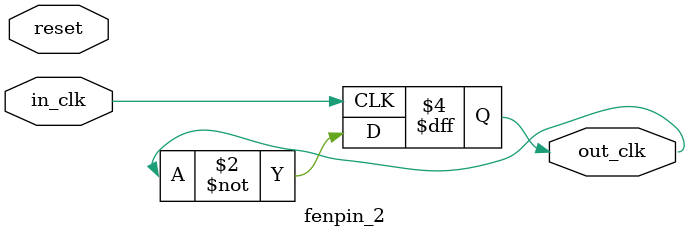
<source format=v>
module fenpin(reset,in_clk,out_clk_fre1,out_clk_fre2,out_clk_base);
	input in_clk;
	input reset;
	output reg out_clk_fre1, out_clk_fre2, out_clk_base;
	reg [4:0]count_1;
	reg [4:0]count_2;
	reg [10:0]count_3;
	initial begin
		out_clk_fre1 <= 0;
		out_clk_fre2 <= 0;
		out_clk_base <= 0;
		count_1 <= 0;
		count_2 <= 0;
		count_3 <= 0;
	end
	always @(posedge in_clk or negedge reset) begin
	    if(~reset) begin
		    count_1 <= 0;
		end
		else begin
		if(count_1 == 5'b00100) begin
			out_clk_fre1 <= ~out_clk_fre1;
			count_1 <= count_1 + 1;
		end
		else if(count_1 == 5'b01000) begin
			out_clk_fre1 <= ~out_clk_fre1;
			count_1 <= 1;
		end
		else begin
			count_1 <= count_1 + 1;
		end
		end
	end
	always @(posedge in_clk or negedge reset) begin
	    if(~reset) begin
		    count_2 <= 0;
		end
		else begin
		if(count_2 == 5'b01000) begin
			out_clk_fre2 <= ~out_clk_fre2;
			count_2 <= count_2 + 1;
		end
		else if(count_2 == 5'b10000) begin
			out_clk_fre2 <= ~out_clk_fre2;
			count_2 <= 1;
		end
		else begin
			count_2 <= count_2 + 1;
		end
		end
	end
	always @(posedge in_clk or negedge reset) begin
		if(~reset) begin
			count_3 <= 0;
		end
		else begin
		if(count_3 == 11'b01000000000) begin
			out_clk_base <= ~out_clk_base;
			count_3 <= count_3 + 1;
		end
		else if(count_3 == 11'b10000000000) begin
			out_clk_base <= ~out_clk_base;
			count_3 <= 1;
		end
		else begin
			count_3 <= count_3 + 1;
		end
	end
	end
endmodule

module fenpin_2(reset,in_clk,out_clk);
	input in_clk;
	input reset;
	output reg out_clk;
	initial begin
		out_clk <= 0;
	end

	always @(posedge in_clk) begin
		out_clk <= ~out_clk;
	end
endmodule

</source>
